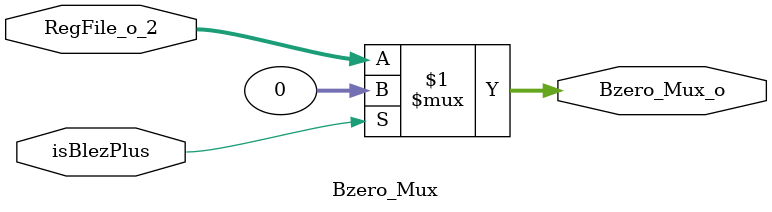
<source format=v>
module Bzero_Mux(RegFile_o_2,isBlezPlus,Bzero_Mux_o);
  input[31:0] RegFile_o_2;
  input isBlezPlus;
  output[31:0] Bzero_Mux_o;
  
  assign Bzero_Mux_o=isBlezPlus?32'b0:RegFile_o_2;
endmodule
    
</source>
